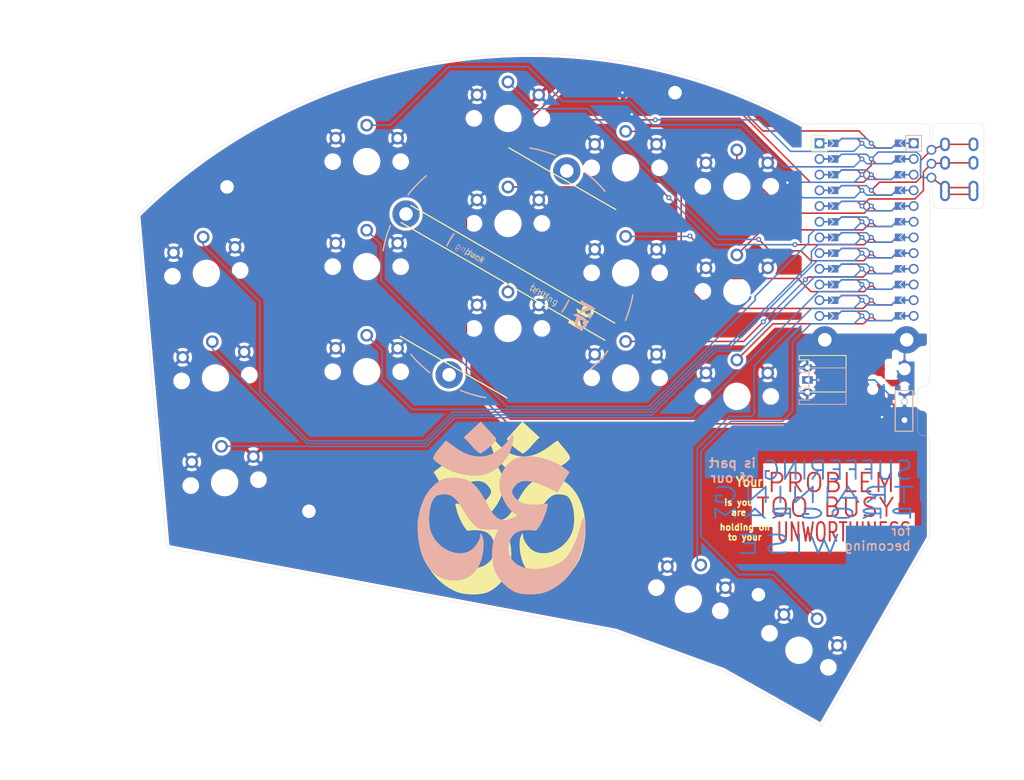
<source format=kicad_pcb>
(kicad_pcb (version 20211014) (generator pcbnew)
  (title_block (title "om") (rev "v1.0.0") (company "Unknown"))
  (layers (0 "F.Cu" signal) (31 "B.Cu" signal) (34 "B.Paste" user) (35 "F.Paste" user) (36 "B.SilkS" user "B.Silkscreen") (37 "F.SilkS" user "F.Silkscreen") (38 "B.Mask" user) (39 "F.Mask" user) (44 "Edge.Cuts" user))
  (net 0 "")
  (net 1 "GND")
  (net 2 "P7")
  (net 3 "P6")
  (net 4 "P5")
  (net 5 "P4")
  (net 6 "P3")
  (net 7 "P0")
  (net 8 "P1")
  (net 9 "P19")
  (net 10 "P18")
  (net 11 "P15")
  (net 12 "P14")
  (net 13 "P16")
  (net 14 "P10")
  (net 15 "P20")
  (net 16 "P21")
  (net 17 "P8")
  (net 18 "P9")
  (net 19 "RAW")
  (net 20 "RST")
  (net 21 "VCC")
  (net 22 "P2")
  (net 23 "POSITIVE")
  (footprint "E73:SPDT_C128955" (layer "F.Cu") (at 262.31 156.96 -90)
    (fp_text reference "T1" hide)
    (fp_text value "" hide)
  )
  (footprint "PG1350" (layer "F.Cu") (at 235.17 120.62)
    (fp_text reference "S15" hide)
    (fp_text value "" hide)
  )
  (footprint "JST_PH_S2B-PH-K_02x2.00mm_Angled" (layer "F.Cu") (at 246.6 150.955 90)
    (fp_text reference "JST1" hide)
    (fp_text value "" hide)
  )
  (footprint "Tenting Puck" (layer "F.Cu") (at 198.12 134.62 60)
    (fp_text reference "_1" hide)
    (fp_text value "Tenting Puck")
  )
  (footprint "" (layer "F.Cu") (at 238.66 186.71)
    (fp_text reference "")
    (fp_text value "")
  )
  (footprint "PG1350" (layer "F.Cu") (at 149.303719 134.703502 5)
    (fp_text reference "S3" hide)
    (fp_text value "" hide)
  )
  (footprint "TRRS-PJ-320A-dual" (layer "F.Cu") (at 273.46 110.62)
    (fp_text reference "REF**")
    (fp_text value "TRRS-PJ-320A-dual")
  )
  (footprint "PG1350" (layer "F.Cu") (at 235.17 137.62)
    (fp_text reference "S14" hide)
    (fp_text value "" hide)
  )
  (footprint "" (layer "F.Cu") (at 262.66 145.46)
    (fp_text reference "")
    (fp_text value "")
  )
  (footprint "PG1350" (layer "F.Cu") (at 227.319467 187.446363 -20)
    (fp_text reference "S16" hide)
    (fp_text value "" hide)
  )
  (footprint "" (layer "F.Cu") (at 249.41 145.46)
    (fp_text reference "")
    (fp_text value "")
  )
  (footprint "PG1350" (layer "F.Cu") (at 152.267014 168.574122 5)
    (fp_text reference "S1" hide)
    (fp_text value "" hide)
  )
  (footprint "PG1350" (layer "F.Cu") (at 175.26 116.62)
    (fp_text reference "S6" hide)
    (fp_text value "" hide)
  )
  (footprint "ProMicro" (layer "F.Cu") (at 256.17 127.62 -90)
    (fp_text reference "MCU1" hide)
    (fp_text value "")
  )
  (footprint "PG1350" (layer "F.Cu") (at 175.26 133.62)
    (fp_text reference "S5" hide)
    (fp_text value "" hide)
  )
  (footprint "PG1350" (layer "F.Cu") (at 235.17 154.62)
    (fp_text reference "S13" hide)
    (fp_text value "" hide)
  )
  (footprint "" (layer "F.Cu") (at 225.16 105.46)
    (fp_text reference "")
    (fp_text value "")
  )
  (footprint "PG1350" (layer "F.Cu") (at 245.216963 195.71007 -30)
    (fp_text reference "S17" hide)
    (fp_text value "" hide)
  )
  (footprint "PG1350" (layer "F.Cu") (at 217.17 134.62)
    (fp_text reference "S11" hide)
    (fp_text value "" hide)
  )
  (footprint "" (layer "F.Cu") (at 165.91 173.21)
    (fp_text reference "")
    (fp_text value "")
  )
  (footprint "" (layer "F.Cu") (at 266.66 116.96)
    (fp_text reference "")
    (fp_text value "")
  )
  (footprint "PG1350" (layer "F.Cu") (at 217.17 117.62)
    (fp_text reference "S12" hide)
    (fp_text value "" hide)
  )
  (footprint "PG1350" (layer "F.Cu") (at 198.12 126.62)
    (fp_text reference "S8" hide)
    (fp_text value "" hide)
  )
  (footprint "" (layer "F.Cu") (at 266.66 114.71)
    (fp_text reference "")
    (fp_text value "")
  )
  (footprint "PG1350" (layer "F.Cu") (at 198.12 109.62)
    (fp_text reference "S9" hide)
    (fp_text value "" hide)
  )
  (footprint "PG1350" (layer "F.Cu") (at 217.17 151.62)
    (fp_text reference "S10" hide)
    (fp_text value "" hide)
  )
  (footprint "" (layer "F.Cu") (at 266.66 119.21)
    (fp_text reference "")
    (fp_text value "")
  )
  (footprint "PG1350" (layer "F.Cu") (at 150.785366 151.638812 5)
    (fp_text reference "S2" hide)
    (fp_text value "" hide)
  )
  (footprint "" (layer "F.Cu") (at 152.66 120.71)
    (fp_text reference "")
    (fp_text value "")
  )
  (footprint "PG1350" (layer "F.Cu") (at 175.26 150.62)
    (fp_text reference "S4" hide)
    (fp_text value "" hide)
  )
  (footprint "lib:Jumper" (layer "F.Cu") (at 217.16 105.46)
    (fp_text reference "J1" hide)
    (fp_text value "Jumper")
  )
  (footprint "PG1350" (layer "F.Cu") (at 198.12 143.62)
    (fp_text reference "S7" hide)
    (fp_text value "" hide)
  )
  (footprint "E73:SPDT_C128955" (layer "B.Cu") (at 262.2975 156.96 90)
    (fp_text reference "T1" hide)
    (fp_text value "" hide)
  )
  (gr_poly (pts (xy 198.100329 164.237575) (xy 198.22879 164.001321) (xy 198.349988 163.745502) (xy 198.462995 163.474921) (xy 198.566883 163.194379) (xy 198.660725 162.90868) (xy 198.743593 162.622627) (xy 198.814559 162.341023) (xy 198.872694 162.06867) (xy 198.917072 161.810371) (xy 198.946765 161.570929) (xy 198.960844 161.355148) (xy 198.958382 161.16783) (xy 198.938451 161.013777) (xy 198.921645 160.950726) (xy 198.900124 160.897793) (xy 198.873771 160.855577) (xy 198.842472 160.82468) (xy 198.806109 160.805702) (xy 198.764567 160.799242) (xy 198.654113 161.022797) (xy 198.530774 161.243032) (xy 198.395283 161.459664) (xy 198.248375 161.672407) (xy 198.090783 161.880976) (xy 197.923241 162.085088) (xy 197.746482 162.284458) (xy 197.561239 162.478801) (xy 197.368247 162.667833) (xy 197.168238 162.851269) (xy 196.961947 163.028824) (xy 196.750108 163.200215) (xy 196.533452 163.365156) (xy 196.312716 163.523363) (xy 196.088631 163.674551) (xy 195.861931 163.818437) (xy 195.45245 163.999087) (xy 195.041997 164.144943) (xy 194.630319 164.255956) (xy 194.217159 164.332075) (xy 193.802263 164.373252) (xy 193.385376 164.379438) (xy 192.966243 164.350584) (xy 192.544609 164.28664) (xy 192.120219 164.187557) (xy 191.692818 164.053287) (xy 191.26215 163.88378) (xy 190.827961 163.678987) (xy 190.389996 163.438858) (xy 189.947999 163.163345) (xy 189.501716 162.852399) (xy 189.050892 162.50597) (xy 188.854928 162.351957) (xy 188.668968 162.212448) (xy 188.497305 162.090198) (xy 188.344235 161.987961) (xy 188.214053 161.908494) (xy 188.158887 161.878159) (xy 188.111053 161.85455) (xy 188.071088 161.838011) (xy 188.039529 161.828886) (xy 188.016912 161.827519) (xy 188.009126 161.829853) (xy 188.003776 161.834256) (xy 187.888344 162.004137) (xy 187.764449 162.170802) (xy 187.633724 162.334959) (xy 187.497801 162.497315) (xy 186.934765 163.142892) (xy 186.79733 163.306864) (xy 186.664489 163.473283) (xy 186.537873 163.642857) (xy 186.419116 163.816294) (xy 186.309848 163.994302) (xy 186.211701 164.177589) (xy 186.167309 164.271433) (xy 186.126309 164.366862) (xy 186.088905 164.463965) (xy 186.055302 164.562831) (xy 186.060894 164.607352) (xy 186.077384 164.656527) (xy 186.104343 164.710071) (xy 186.141343 164.767696) (xy 186.187954 164.829117) (xy 186.24375 164.894046) (xy 186.381176 165.033282) (xy 186.550193 165.183115) (xy 186.747371 165.341249) (xy 186.969282 165.505395) (xy 187.212496 165.673258) (xy 187.473586 165.842546) (xy 187.749121 166.010968) (xy 188.035672 166.17623) (xy 188.329812 166.336041) (xy 188.628111 166.488107) (xy 188.92714 166.630136) (xy 189.22347 166.759836) (xy 189.513673 166.874915) (xy 190.208595 167.060975) (xy 190.876487 167.209444) (xy 191.518618 167.31835) (xy 192.136261 167.385723) (xy 192.730685 167.409595) (xy 193.303161 167.387993) (xy 193.854959 167.318949) (xy 194.123502 167.266021) (xy 194.387352 167.200493) (xy 194.646667 167.122119) (xy 194.901608 167.030653) (xy 195.152332 166.925849) (xy 195.398999 166.807461) (xy 195.641767 166.675242) (xy 195.880795 166.528946) (xy 196.116242 166.368327) (xy 196.348267 166.193138) (xy 196.577029 166.003133) (xy 196.802686 165.798067) (xy 197.025397 165.577692) (xy 197.245322 165.341763) (xy 197.677446 164.822255) (xy 198.100329 164.237575)) (layer "B.SilkS") (width 0.079374) (fill solid))
  (gr_poly (pts (xy 196.195152 161.465283) (xy 193.733805 158.736095) (xy 190.998479 161.26821) (xy 191.171016 161.417431) (xy 191.338411 161.575134) (xy 191.501622 161.739833) (xy 191.661608 161.910041) (xy 192.288438 162.616237) (xy 192.446655 162.791695) (xy 192.607392 162.963743) (xy 192.771606 163.130896) (xy 192.940253 163.291666) (xy 193.114293 163.444568) (xy 193.294682 163.588115) (xy 193.482378 163.72082) (xy 193.678339 163.841198) (xy 194.369994 163.350631) (xy 194.737262 163.084582) (xy 194.919772 162.945475) (xy 195.099062 162.801975) (xy 195.273279 162.653827) (xy 195.440572 162.500776) (xy 195.599087 162.342569) (xy 195.746972 162.178951) (xy 195.882373 162.009668) (xy 196.003439 161.834465) (xy 196.058017 161.744564) (xy 196.108316 161.653088) (xy 196.154105 161.560005) (xy 196.195152 161.465283)) (layer "B.SilkS") (width 0.079374) (fill solid))
  (gr_poly (pts (xy 204.083375 186.305893) (xy 204.368578 186.198328) (xy 204.648764 186.081313) (xy 205.193714 185.819388) (xy 205.717484 185.521025) (xy 206.219334 185.18713) (xy 206.698523 184.81861) (xy 207.154311 184.416372) (xy 207.585959 183.981323) (xy 207.992725 183.514369) (xy 208.373868 183.016416) (xy 208.72865 182.488372) (xy 209.056329 181.931144) (xy 209.356165 181.345637) (xy 209.627417 180.732759) (xy 209.869346 180.093416) (xy 210.08121 179.428516) (xy 210.26227 178.738964) (xy 210.333936 178.408515) (xy 210.398641 178.057833) (xy 210.506239 177.318702) (xy 210.583214 176.567439) (xy 210.627714 175.849913) (xy 210.637889 175.211993) (xy 210.629526 174.937218) (xy 210.611888 174.699546) (xy 210.584742 174.504709) (xy 210.547859 174.358441) (xy 210.501005 174.266475) (xy 210.473768 174.242648) (xy 210.443951 174.234546) (xy 210.433081 174.236784) (xy 210.421172 174.243423) (xy 210.408268 174.254355) (xy 210.394411 174.26947) (xy 210.379641 174.288658) (xy 210.364002 174.311809) (xy 210.330282 174.369563) (xy 210.293586 174.441854) (xy 210.254249 174.527806) (xy 210.212608 174.626541) (xy 210.168997 174.737181) (xy 210.123752 174.858851) (xy 210.077209 174.990671) (xy 210.029703 175.131766) (xy 209.981569 175.281258) (xy 209.933144 175.438269) (xy 209.884763 175.601922) (xy 209.836761 175.77134) (xy 209.789474 175.945646) (xy 209.682606 176.330122) (xy 209.567312 176.71045) (xy 209.444204 177.085358) (xy 209.313893 177.453576) (xy 209.17699 177.813836) (xy 209.034107 178.164865) (xy 208.885855 178.505395) (xy 208.732845 178.834154) (xy 208.575689 179.149874) (xy 208.414997 179.451283) (xy 208.251382 179.737112) (xy 208.085454 180.00609) (xy 207.917825 180.256947) (xy 207.749106 180.488414) (xy 207.579908 180.699219) (xy 207.410843 180.888093) (xy 207.264301 181.032674) (xy 207.105512 181.171535) (xy 206.935167 181.304561) (xy 206.753957 181.431638) (xy 206.361712 181.667483) (xy 205.93431 181.878149) (xy 205.477286 182.062717) (xy 204.996175 182.220265) (xy 204.49651 182.349875) (xy 203.983826 182.450626) (xy 203.463657 182.521597) (xy 202.941538 182.561869) (xy 202.423002 182.570522) (xy 201.913585 182.546634) (xy 201.418819 182.489287) (xy 200.94424 182.39756) (xy 200.71625 182.338516) (xy 200.495381 182.270532) (xy 200.282327 182.193494) (xy 200.077778 182.107285) (xy 199.92484 182.033517) (xy 199.777767 181.95386) (xy 199.636635 181.868513) (xy 199.501517 181.777675) (xy 199.372489 181.681546) (xy 199.249626 181.580323) (xy 199.133003 181.474208) (xy 199.022693 181.363398) (xy 198.918773 181.248093) (xy 198.821317 181.128492) (xy 198.7304 181.004794) (xy 198.646096 180.877199) (xy 198.568482 180.745906) (xy 198.49763 180.611113) (xy 198.433617 180.47302) (xy 198.376517 180.331826) (xy 198.326405 180.187731) (xy 198.283355 180.040932) (xy 198.247443 179.891631) (xy 198.218744 179.740025) (xy 198.197332 179.586314) (xy 198.183283 179.430698) (xy 198.17667 179.273374) (xy 198.177569 179.114543) (xy 198.186055 178.954404) (xy 198.202203 178.793155) (xy 198.226087 178.630997) (xy 198.257782 178.468127) (xy 198.297363 178.304746) (xy 198.344905 178.141052) (xy 198.400484 177.977245) (xy 198.464172 177.813523) (xy 198.518629 177.68972) (xy 198.577309 177.571152) (xy 198.640282 177.457793) (xy 198.707618 177.349618) (xy 198.779388 177.246603) (xy 198.855663 177.148722) (xy 198.936512 177.055951) (xy 199.022007 176.968263) (xy 199.112217 176.885635) (xy 199.207213 176.80804) (xy 199.307066 176.735455) (xy 199.411846 176.667854) (xy 199.521622 176.605211) (xy 199.636467 176.547503) (xy 199.75645 176.494703) (xy 199.881641 176.446787) (xy 200.012112 176.403729) (xy 200.147932 176.365505) (xy 200.289171 176.33209) (xy 200.435901 176.303458) (xy 200.588192 176.279585) (xy 200.746114 176.260444) (xy 200.909737 176.246013) (xy 201.079133 176.236264) (xy 201.25437 176.231174) (xy 201.435521 176.230716) (xy 201.622655 176.234867) (xy 201.815842 176.243601) (xy 202.015154 176.256893) (xy 202.22066 176.274718) (xy 202.432431 176.29705) (xy 202.650537 176.323865) (xy 202.713598 176.251554) (xy 202.78708 176.161933) (xy 202.883778 176.037348) (xy 203.000129 175.878313) (xy 203.132571 175.685338) (xy 203.27754 175.458934) (xy 203.431473 175.199613) (xy 203.590806 174.907886) (xy 203.671385 174.75003) (xy 203.751978 174.584264) (xy 203.83214 174.410653) (xy 203.911425 174.229259) (xy 203.989388 174.040148) (xy 204.065583 173.843383) (xy 204.139566 173.639027) (xy 204.21089 173.427145) (xy 204.279111 173.207801) (xy 204.343783 172.981058) (xy 204.40446 172.74698) (xy 204.460697 172.505632) (xy 204.512049 172.257078) (xy 204.558071 172.00138) (xy 203.07527 172.135836) (xy 202.745586 172.159691) (xy 202.426466 172.170589) (xy 202.118218 172.16862) (xy 201.821151 172.153874) (xy 201.535576 172.126442) (xy 201.2618 172.086414) (xy 201.000134 172.033882) (xy 200.750886 171.968935) (xy 200.514366 171.891665) (xy 200.290882 171.802161) (xy 200.080744 171.700514) (xy 199.884261 171.586815) (xy 199.701742 171.461154) (xy 199.533497 171.323621) (xy 199.379834 171.174309) (xy 199.241063 171.013306) (xy 199.125639 170.862298) (xy 199.026029 170.721784) (xy 198.9423 170.590238) (xy 198.906411 170.527353) (xy 198.874518 170.466139) (xy 198.846629 170.406405) (xy 198.822752 170.347961) (xy 198.802896 170.290617) (xy 198.787068 170.234182) (xy 198.775278 170.178465) (xy 198.767533 170.123277) (xy 198.763842 170.068426) (xy 198.764214 170.013722) (xy 198.768656 169.958976) (xy 198.777178 169.903995) (xy 198.789787 169.848591) (xy 198.806492 169.792572) (xy 198.827301 169.735748) (xy 198.852223 169.677928) (xy 198.881266 169.618922) (xy 198.914439 169.55854) (xy 198.951749 169.496591) (xy 198.993205 169.432885) (xy 199.08859 169.299438) (xy 199.200661 169.156677) (xy 199.329483 169.003076) (xy 199.430982 168.892492) (xy 199.537605 168.790956) (xy 199.649555 168.698502) (xy 199.767034 168.615164) (xy 199.890243 168.540974) (xy 200.019384 168.475966) (xy 200.15466 168.420173) (xy 200.296272 168.373627) (xy 200.444423 168.336362) (xy 200.599313 168.308412) (xy 200.761146 168.289808) (xy 200.930124 168.280585) (xy 201.106447 168.280775) (xy 201.290318 168.290412) (xy 201.48194 168.309529) (xy 201.681513 168.338158) (xy 201.88924 168.376334) (xy 202.105324 168.424088) (xy 202.329965 168.481454) (xy 202.563366 168.548466) (xy 202.805728 168.625156) (xy 203.057255 168.711558) (xy 203.588606 168.913629) (xy 204.159036 169.154943) (xy 204.77016 169.435766) (xy 205.423594 169.756363) (xy 206.120952 170.116999) (xy 208.058094 166.869764) (xy 207.245969 166.250323) (xy 206.847546 165.968521) (xy 206.418425 165.705885) (xy 205.963033 165.463387) (xy 205.485794 165.241998) (xy 204.991135 165.042691) (xy 204.483481 164.866437) (xy 203.967259 164.714209) (xy 203.446893 164.586978) (xy 202.926809 164.485717) (xy 202.411434 164.411397) (xy 201.905193 164.36499) (xy 201.412512 164.347468) (xy 200.937816 164.359803) (xy 200.485531 164.402966) (xy 200.060082 164.477931) (xy 199.665897 164.585668) (xy 199.495627 164.647536) (xy 199.328435 164.71952) (xy 199.164544 164.801223) (xy 199.004176 164.892247) (xy 198.847554 164.992195) (xy 198.694902 165.10067) (xy 198.546441 165.217273) (xy 198.402395 165.341609) (xy 198.262986 165.473279) (xy 198.128437 165.611886) (xy 197.99897 165.757033) (xy 197.874809 165.908322) (xy 197.756176 166.065355) (xy 197.643293 166.227737) (xy 197.536385 166.395068) (xy 197.435672 166.566952) (xy 197.341378 166.742991) (xy 197.253726 166.922788) (xy 197.172938 167.105946) (xy 197.099237 167.292067) (xy 197.032846 167.480754) (xy 196.973988 167.671609) (xy 196.922885 167.864235) (xy 196.87976 168.058235) (xy 196.844835 168.253211) (xy 196.818334 168.448766) (xy 196.800479 168.644502) (xy 196.791493 168.840022) (xy 196.791599 169.034929) (xy 196.801019 169.228825) (xy 196.819976 169.421313) (xy 196.848692 169.611996) (xy 196.903958 169.874375) (xy 196.977618 170.146772) (xy 197.068058 170.426365) (xy 197.17366 170.710331) (xy 197.292809 170.995848) (xy 197.42389 171.280092) (xy 197.565285 171.560241) (xy 197.715379 171.833472) (xy 197.872556 172.096962) (xy 198.0352 172.347889) (xy 198.201696 172.583431) (xy 198.370426 172.800763) (xy 198.539775 172.997065) (xy 198.708127 173.169512) (xy 198.873866 173.315282) (xy 199.035376 173.431553) (xy 199.766028 173.894169) (xy 198.756784 174.349273) (xy 198.597931 174.417763) (xy 198.442832 174.478167) (xy 198.291328 174.530396) (xy 198.143259 174.574358) (xy 197.998466 174.609965) (xy 197.856789 174.637126) (xy 197.718069 174.65575) (xy 197.582145 174.665748) (xy 197.448858 174.667029) (xy 197.318048 174.659504) (xy 197.189557 174.643082) (xy 197.063223 174.617672) (xy 196.938887 174.583186) (xy 196.816391 174.539532) (xy 196.695573 174.486621) (xy 196.576275 174.424362) (xy 196.458337 174.352665) (xy 196.341598 174.27144) (xy 196.2259 174.180598) (xy 196.111083 174.080047) (xy 195.996987 173.969697) (xy 195.883453 173.849459) (xy 195.77032 173.719243) (xy 195.657429 173.578957) (xy 195.544621 173.428513) (xy 195.431736 173.267819) (xy 195.205095 172.915324) (xy 194.976229 172.52075) (xy 194.743862 172.083377) (xy 194.425893 171.477179) (xy 194.119112 170.92743) (xy 193.820447 170.43173) (xy 193.526829 169.987682) (xy 193.235185 169.592887) (xy 192.942445 169.244945) (xy 192.794705 169.087794) (xy 192.645539 168.941458) (xy 192.494563 168.805635) (xy 192.341394 168.680027) (xy 192.185648 168.564333) (xy 192.026941 168.458254) (xy 191.864889 168.361489) (xy 191.699108 168.273739) (xy 191.529214 168.194704) (xy 191.354824 168.124084) (xy 191.175554 168.061579) (xy 190.991019 168.00689) (xy 190.604622 167.919758) (xy 190.192561 167.86029) (xy 189.751765 167.826087) (xy 189.279165 167.814749) (xy 189.060106 167.816025) (xy 188.857585 167.820865) (xy 188.669792 167.829802) (xy 188.494914 167.843371) (xy 188.331139 167.862106) (xy 188.176655 167.886541) (xy 188.029651 167.91721) (xy 187.888313 167.954647) (xy 187.750832 167.999386) (xy 187.615393 168.051961) (xy 187.480186 168.112906) (xy 187.343399 168.182755) (xy 187.203219 168.262043) (xy 187.057834 168.351302) (xy 186.905434 168.451068) (xy 186.744205 168.561875) (xy 186.539713 168.712085) (xy 186.341211 168.8718) (xy 186.148785 169.040793) (xy 185.962519 169.21884) (xy 185.782496 169.405716) (xy 185.608803 169.601194) (xy 185.441522 169.805051) (xy 185.28074 170.017059) (xy 185.12654 170.236995) (xy 184.979006 170.464633) (xy 184.838224 170.699748) (xy 184.704278 170.942114) (xy 184.457231 171.447699) (xy 184.238541 171.979586) (xy 184.048886 172.535972) (xy 183.88894 173.115056) (xy 183.75938 173.715035) (xy 183.660883 174.334106) (xy 183.594123 174.970468) (xy 183.559779 175.622319) (xy 183.558524 176.287855) (xy 183.591037 176.965275) (xy 183.675375 177.808487) (xy 183.80193 178.607731) (xy 183.96958 179.361569) (xy 184.177198 180.06856) (xy 184.423661 180.727265) (xy 184.707846 181.336244) (xy 185.028626 181.894058) (xy 185.384879 182.399267) (xy 185.575956 182.631694) (xy 185.77548 182.850431) (xy 185.983309 183.055296) (xy 186.199304 183.24611) (xy 186.423324 183.422693) (xy 186.655228 183.584866) (xy 186.894876 183.732447) (xy 187.142127 183.865258) (xy 187.396841 183.983117) (xy 187.658877 184.085846) (xy 187.928094 184.173264) (xy 188.204353 184.245192) (xy 188.487513 184.301449) (xy 188.777432 184.341855) (xy 189.073971 184.366231) (xy 189.376989 184.374396) (xy 189.705724 184.366975) (xy 190.020113 184.344499) (xy 190.320746 184.306647) (xy 190.60821 184.2531) (xy 190.883094 184.183537) (xy 191.145985 184.097639) (xy 191.397471 183.995086) (xy 191.638142 183.875557) (xy 191.868583 183.738733) (xy 192.089385 183.584294) (xy 192.301135 183.411919) (xy 192.50442 183.221289) (xy 192.69983 183.012083) (xy 192.887951 182.783982) (xy 193.069373 182.536666) (xy 193.244683 182.269814) (xy 193.390859 182.012509) (xy 193.526071 181.72938) (xy 193.649756 181.424397) (xy 193.761351 181.101527) (xy 193.860293 180.76474) (xy 193.94602 180.418003) (xy 194.01797 180.065286) (xy 194.075578 179.710557) (xy 194.118283 179.357784) (xy 194.145522 179.010935) (xy 194.156732 178.67398) (xy 194.15135 178.350887) (xy 194.128813 178.045624) (xy 194.08856 177.76216) (xy 194.030026 177.504463) (xy 193.952649 177.276502) (xy 193.877427 177.097709) (xy 193.845652 177.026453) (xy 193.817462 176.967151) (xy 193.792628 176.919698) (xy 193.770921 176.883989) (xy 193.761167 176.870506) (xy 193.75211 176.859919) (xy 193.743719 176.852216) (xy 193.735966 176.847384) (xy 193.728822 176.845409) (xy 193.72226 176.846278) (xy 193.716249 176.849979) (xy 193.710762 176.856497) (xy 193.705769 176.865821) (xy 193.701243 176.877936) (xy 193.693473 176.91049) (xy 193.687223 176.954053) (xy 193.682264 177.008521) (xy 193.678365 177.07379) (xy 193.675298 177.149753) (xy 193.670242 177.225884) (xy 193.660205 177.304685) (xy 193.625887 177.469299) (xy 193.573742 177.6416) (xy 193.505166 177.819591) (xy 193.421559 178.001275) (xy 193.324317 178.184654) (xy 193.214839 178.367733) (xy 193.094522 178.548513) (xy 192.964765 178.724999) (xy 192.826963 178.895194) (xy 192.682516 179.0571) (xy 192.532822 179.20872) (xy 192.379277 179.348058) (xy 192.223279 179.473117) (xy 192.066227 179.5819) (xy 191.909518 179.67241) (xy 191.715528 179.764476) (xy 191.516813 179.842799) (xy 191.313861 179.9076) (xy 191.107158 179.9591) (xy 190.897192 179.99752) (xy 190.68445 180.023079) (xy 190.469421 180.035999) (xy 190.25259 180.0365) (xy 190.034445 180.024802) (xy 189.815474 180.001126) (xy 189.596165 179.965694) (xy 189.377003 179.918724) (xy 189.158478 179.860438) (xy 188.941075 179.791056) (xy 188.725282 179.710799) (xy 188.511588 179.619888) (xy 188.300478 179.518543) (xy 188.09244 179.406984) (xy 187.887963 179.285432) (xy 187.687532 179.154108) (xy 187.491635 179.013232) (xy 187.300761 178.863025) (xy 187.115395 178.703707) (xy 186.936025 178.535499) (xy 186.76314 178.358621) (xy 186.597225 178.173295) (xy 186.438768 177.97974) (xy 186.288257 177.778177) (xy 186.146179 177.568826) (xy 186.013022 177.351909) (xy 185.889272 177.127646) (xy 185.775417 176.896257) (xy 185.625997 176.520072) (xy 185.507388 176.109493) (xy 185.418687 175.671534) (xy 185.35899 175.213209) (xy 185.327393 174.741534) (xy 185.322994 174.263523) (xy 185.344889 173.786191) (xy 185.392174 173.316553) (xy 185.463947 172.861624) (xy 185.559303 172.428418) (xy 185.67734 172.02395) (xy 185.817153 171.655236) (xy 185.97784 171.329289) (xy 186.065729 171.184545) (xy 186.158498 171.053125) (xy 186.256033 170.935903) (xy 186.358222 170.833758) (xy 186.464952 170.747565) (xy 186.576109 170.678203) (xy 186.627772 170.653133) (xy 186.687442 170.628766) (xy 186.754408 170.605229) (xy 186.827959 170.582646) (xy 186.90738 170.561145) (xy 186.991962 170.540852) (xy 187.080991 170.521893) (xy 187.173755 170.504394) (xy 187.269542 170.488481) (xy 187.367641 170.47428) (xy 187.467338 170.461918) (xy 187.567922 170.45152) (xy 187.668682 170.443214) (xy 187.768903 170.437124) (xy 187.867876 170.433378) (xy 187.964886 170.432101) (xy 188.066037 170.434405) (xy 188.165926 170.44138) (xy 188.26466 170.453123) (xy 188.362345 170.46973) (xy 188.459086 170.491298) (xy 188.554987 170.517924) (xy 188.650156 170.549705) (xy 188.744696 170.586736) (xy 188.838715 170.629114) (xy 188.932316 170.676936) (xy 189.025606 170.730298) (xy 189.11869 170.789297) (xy 189.211674 170.85403) (xy 189.304662 170.924593) (xy 189.397761 171.001082) (xy 189.491077 171.083594) (xy 189.584713 171.172227) (xy 189.678776 171.267075) (xy 189.868606 171.475806) (xy 190.061408 171.710561) (xy 190.258027 171.972112) (xy 190.459307 172.261232) (xy 190.666092 172.578692) (xy 190.879225 172.925265) (xy 191.099549 173.301723) (xy 191.266751 173.581012) (xy 191.454079 173.871569) (xy 191.655193 174.16489) (xy 191.86375 174.45247) (xy 192.07341 174.725803) (xy 192.277832 174.976386) (xy 192.470674 175.195713) (xy 192.560771 175.290998) (xy 192.645596 175.37528) (xy 192.773748 175.495814) (xy 192.893581 175.603075) (xy 193.007471 175.697821) (xy 193.117795 175.780811) (xy 193.172362 175.818134) (xy 193.22693 175.852802) (xy 193.281794 175.88491) (xy 193.337253 175.914554) (xy 193.393603 175.941827) (xy 193.451141 175.966825) (xy 193.510165 175.989642) (xy 193.570972 176.010373) (xy 193.633858 176.029113) (xy 193.699121 176.045957) (xy 193.767058 176.061) (xy 193.837966 176.074336) (xy 193.912143 176.08606) (xy 193.989885 176.096268) (xy 194.157253 176.112511) (xy 194.342449 176.123824) (xy 194.547848 176.130966) (xy 194.775828 176.134695) (xy 195.028766 176.135769) (xy 196.61758 176.135769) (xy 196.104021 177.276502) (xy 195.975207 177.594104) (xy 195.864397 177.9326) (xy 195.771552 178.288976) (xy 195.696633 178.660217) (xy 195.639598 179.043308) (xy 195.60041 179.435235) (xy 195.579029 179.832983) (xy 195.575414 180.233537) (xy 195.589527 180.633882) (xy 195.621327 181.031004) (xy 195.670776 181.421888) (xy 195.737834 181.803519) (xy 195.822461 182.172883) (xy 195.924618 182.526965) (xy 196.044265 182.86275) (xy 196.181362 183.177223) (xy 196.320472 183.444738) (xy 196.478926 183.711043) (xy 196.654939 183.974512) (xy 196.846721 184.233519) (xy 197.052486 184.48644) (xy 197.270446 184.731649) (xy 197.498814 184.96752) (xy 197.735801 185.192428) (xy 197.979621 185.404748) (xy 198.228487 185.602853) (xy 198.480609 185.785119) (xy 198.734202 185.949919) (xy 198.987477 186.095629) (xy 199.238647 186.220623) (xy 199.485924 186.323276) (xy 199.727521 186.401962) (xy 199.968061 186.46183) (xy 200.224345 186.512662) (xy 200.493905 186.55451) (xy 200.774274 186.587431) (xy 201.062983 186.611478) (xy 201.357564 186.626705) (xy 201.65555 186.633167) (xy 201.954471 186.630919) (xy 202.251861 186.620015) (xy 202.54525 186.60051) (xy 202.832171 186.572457) (xy 203.110157 186.535912) (xy 203.376738 186.490929) (xy 203.629446 186.437561) (xy 203.865815 186.375865) (xy 204.083375 186.305893)) (layer "B.SilkS") (width 0.079374) (fill solid))
  (gr_poly (pts (xy 196.096085 164.237575) (xy 195.967624 164.001321) (xy 195.846426 163.745502) (xy 195.733419 163.474921) (xy 195.629531 163.194379) (xy 195.535689 162.90868) (xy 195.452821 162.622627) (xy 195.381855 162.341023) (xy 195.32372 162.06867) (xy 195.279342 161.810371) (xy 195.249649 161.570929) (xy 195.23557 161.355148) (xy 195.238032 161.16783) (xy 195.257963 161.013777) (xy 195.274769 160.950726) (xy 195.29629 160.897793) (xy 195.322643 160.855577) (xy 195.353942 160.82468) (xy 195.390305 160.805702) (xy 195.431847 160.799242) (xy 195.542301 161.022797) (xy 195.66564 161.243032) (xy 195.801131 161.459664) (xy 195.948039 161.672407) (xy 196.105631 161.880976) (xy 196.273173 162.085088) (xy 196.449932 162.284458) (xy 196.635175 162.478801) (xy 196.828167 162.667833) (xy 197.028176 162.851269) (xy 197.234467 163.028824) (xy 197.446306 163.200215) (xy 197.662962 163.365156) (xy 197.883698 163.523363) (xy 198.107783 163.674551) (xy 198.334483 163.818437) (xy 198.743964 163.999087) (xy 199.154417 164.144943) (xy 199.566095 164.255956) (xy 199.979255 164.332075) (xy 200.394151 164.373252) (xy 200.811038 164.379438) (xy 201.230171 164.350584) (xy 201.651805 164.28664) (xy 202.076195 164.187557) (xy 202.503596 164.053287) (xy 202.934264 163.88378) (xy 203.368453 163.678987) (xy 203.806418 163.438858) (xy 204.248415 163.163345) (xy 204.694698 162.852399) (xy 205.145522 162.50597) (xy 205.341486 162.351957) (xy 205.527446 162.212448) (xy 205.699109 162.090198) (xy 205.852179 161.987961) (xy 205.982361 161.908494) (xy 206.037527 161.878159) (xy 206.085361 161.85455) (xy 206.125326 161.838011) (xy 206.156885 161.828886) (xy 206.179502 161.827519) (xy 206.187288 161.829853) (xy 206.192638 161.834256) (xy 206.30807 162.004137) (xy 206.431965 162.170802) (xy 206.56269 162.334959) (xy 206.698613 162.497315) (xy 207.261649 163.142892) (xy 207.399084 163.306864) (xy 207.531925 163.473283) (xy 207.658541 163.642857) (xy 207.777298 163.816294) (xy 207.886566 163.994302) (xy 207.984713 164.177589) (xy 208.029105 164.271433) (xy 208.070105 164.366862) (xy 208.107509 164.463965) (xy 208.141112 164.562831) (xy 208.13552 164.607352) (xy 208.11903 164.656527) (xy 208.092071 164.710071) (xy 208.055071 164.767696) (xy 208.00846 164.829117) (xy 207.952664 164.894046) (xy 207.815238 165.033282) (xy 207.646221 165.183115) (xy 207.449043 165.341249) (xy 207.227132 165.505395) (xy 206.983918 165.673258) (xy 206.722828 165.842546) (xy 206.447293 166.010968) (xy 206.160742 166.17623) (xy 205.866602 166.336041) (xy 205.568303 166.488107) (xy 205.269274 166.630136) (xy 204.972944 166.759836) (xy 204.682741 166.874915) (xy 203.987819 167.060975) (xy 203.319927 167.209444) (xy 202.677796 167.31835) (xy 202.060153 167.385723) (xy 201.465729 167.409595) (xy 200.893253 167.387993) (xy 200.341455 167.318949) (xy 200.072912 167.266021) (xy 199.809062 167.200493) (xy 199.549747 167.122119) (xy 199.294806 167.030653) (xy 199.044082 166.925849) (xy 198.797415 166.807461) (xy 198.554647 166.675242) (xy 198.315619 166.528946) (xy 198.080172 166.368327) (xy 197.848147 166.193138) (xy 197.619385 166.003133) (xy 197.393728 165.798067) (xy 197.171017 165.577692) (xy 196.951092 165.341763) (xy 196.518968 164.822255) (xy 196.096085 164.237575)) (layer "F.SilkS") (width 0.079374) (fill solid))
  (gr_poly (pts (xy 198.001262 161.465283) (xy 200.462609 158.736095) (xy 203.197935 161.26821) (xy 203.025398 161.417431) (xy 202.858003 161.575134) (xy 202.694792 161.739833) (xy 202.534806 161.910041) (xy 201.907976 162.616237) (xy 201.749759 162.791695) (xy 201.589022 162.963743) (xy 201.424808 163.130896) (xy 201.256161 163.291666) (xy 201.082121 163.444568) (xy 200.901732 163.588115) (xy 200.714036 163.72082) (xy 200.518075 163.841198) (xy 199.82642 163.350631) (xy 199.459152 163.084582) (xy 199.276642 162.945475) (xy 199.097352 162.801975) (xy 198.923135 162.653827) (xy 198.755842 162.500776) (xy 198.597327 162.342569) (xy 198.449442 162.178951) (xy 198.314041 162.009668) (xy 198.192975 161.834465) (xy 198.138397 161.744564) (xy 198.088098 161.653088) (xy 198.042309 161.560005) (xy 198.001262 161.465283)) (layer "F.SilkS") (width 0.079374) (fill solid))
  (gr_poly (pts (xy 190.113039 186.305893) (xy 189.827836 186.198328) (xy 189.54765 186.081313) (xy 189.0027 185.819388) (xy 188.47893 185.521025) (xy 187.97708 185.18713) (xy 187.497891 184.81861) (xy 187.042103 184.416372) (xy 186.610455 183.981323) (xy 186.203689 183.514369) (xy 185.822546 183.016416) (xy 185.467764 182.488372) (xy 185.140085 181.931144) (xy 184.840249 181.345637) (xy 184.568997 180.732759) (xy 184.327068 180.093416) (xy 184.115204 179.428516) (xy 183.934144 178.738964) (xy 183.862478 178.408515) (xy 183.797773 178.057833) (xy 183.690175 177.318702) (xy 183.6132 176.567439) (xy 183.5687 175.849913) (xy 183.558525 175.211993) (xy 183.566888 174.937218) (xy 183.584526 174.699546) (xy 183.611672 174.504709) (xy 183.648555 174.358441) (xy 183.695409 174.266475) (xy 183.722646 174.242648) (xy 183.752463 174.234546) (xy 183.763333 174.236784) (xy 183.775242 174.243423) (xy 183.788146 174.254355) (xy 183.802003 174.26947) (xy 183.816773 174.288658) (xy 183.832412 174.311809) (xy 183.866132 174.369563) (xy 183.902828 174.441854) (xy 183.942165 174.527806) (xy 183.983806 174.626541) (xy 184.027417 174.737181) (xy 184.072662 174.858851) (xy 184.119205 174.990671) (xy 184.166711 175.131766) (xy 184.214845 175.281258) (xy 184.26327 175.438269) (xy 184.311651 175.601922) (xy 184.359653 175.77134) (xy 184.40694 175.945646) (xy 184.513808 176.330122) (xy 184.629102 176.71045) (xy 184.75221 177.085358) (xy 184.882521 177.453576) (xy 185.019424 177.813836) (xy 185.162307 178.164865) (xy 185.310559 178.505395) (xy 185.463569 178.834154) (xy 185.620725 179.149874) (xy 185.781417 179.451283) (xy 185.945032 179.737112) (xy 186.11096 180.00609) (xy 186.278589 180.256947) (xy 186.447308 180.488414) (xy 186.616506 180.699219) (xy 186.785571 180.888093) (xy 186.932113 181.032674) (xy 187.090902 181.171535) (xy 187.261247 181.304561) (xy 187.442457 181.431638) (xy 187.834702 181.667483) (xy 188.262104 181.878149) (xy 188.719128 182.062717) (xy 189.200239 182.220265) (xy 189.699904 182.349875) (xy 190.212588 182.450626) (xy 190.732757 182.521597) (xy 191.254876 182.561869) (xy 191.773412 182.570522) (xy 192.282829 182.546634) (xy 192.777595 182.489287) (xy 193.252174 182.39756) (xy 193.480164 182.338516) (xy 193.701033 182.270532) (xy 193.914087 182.193494) (xy 194.118636 182.107285) (xy 194.271574 182.033517) (xy 194.418647 181.95386) (xy 194.559779 181.868513) (xy 194.694897 181.777675) (xy 194.823925 181.681546) (xy 194.946788 181.580323) (xy 195.063411 181.474208) (xy 195.173721 181.363398) (xy 195.277641 181.248093) (xy 195.375097 181.128492) (xy 195.466014 181.004794) (xy 195.550318 180.877199) (xy 195.627932 180.745906) (xy 195.698784 180.611113) (xy 195.762797 180.47302) (xy 195.819897 180.331826) (xy 195.870009 180.187731) (xy 195.913059 180.040932) (xy 195.948971 179.891631) (xy 195.97767 179.740025) (xy 195.999082 179.586314) (xy 196.013131 179.430698) (xy 196.019744 179.273374) (xy 196.018845 179.114543) (xy 196.010359 178.954404) (xy 195.994211 178.793155) (xy 195.970327 178.630997) (xy 195.938632 178.468127) (xy 195.899051 178.304746) (xy 195.851509 178.141052) (xy 195.79593 177.977245) (xy 195.732242 177.813523) (xy 195.677785 177.68972) (xy 195.619105 177.571152) (xy 195.556132 177.457793) (xy 195.488796 177.349618) (xy 195.417026 177.246603) (xy 195.340751 177.148722) (xy 195.259902 177.055951) (xy 195.174407 176.968263) (xy 195.084197 176.885635) (xy 194.989201 176.80804) (xy 194.889348 176.735455) (xy 194.784568 176.667854) (xy 194.674792 176.605211) (xy 194.559947 176.547503) (xy 194.439964 176.494703) (xy 194.314773 176.446787) (xy 194.184302 176.403729) (xy 194.048482 176.365505) (xy 193.907243 176.33209) (xy 193.760513 176.303458) (xy 193.608222 176.279585) (xy 193.4503 176.260444) (xy 193.286677 176.246013) (xy 193.117281 176.236264) (xy 192.942044 176.231174) (xy 192.760893 176.230716) (xy 192.573759 176.234867) (xy 192.380572 176.243601) (xy 192.18126 176.256893) (xy 191.975754 176.274718) (xy 191.763983 176.29705) (xy 191.545877 176.323865) (xy 191.482816 176.251554) (xy 191.409334 176.161933) (xy 191.312636 176.037348) (xy 191.196285 175.878313) (xy 191.063843 175.685338) (xy 190.918874 175.458934) (xy 190.764941 175.199613) (xy 190.605608 174.907886) (xy 190.525029 174.75003) (xy 190.444436 174.584264) (xy 190.364274 174.410653) (xy 190.284989 174.229259) (xy 190.207026 174.040148) (xy 190.130831 173.843383) (xy 190.056848 173.639027) (xy 189.985524 173.427145) (xy 189.917303 173.207801) (xy 189.852631 172.981058) (xy 189.791954 172.74698) (xy 189.735717 172.505632) (xy 189.684365 172.257078) (xy 189.638343 172.00138) (xy 191.121144 172.135836) (xy 191.450828 172.159691) (xy 191.769948 172.170589) (xy 192.078196 172.16862) (xy 192.375263 172.153874) (xy 192.660838 172.126442) (xy 192.934614 172.086414) (xy 193.19628 172.033882) (xy 193.445528 171.968935) (xy 193.682048 171.891665) (xy 193.905532 171.802161) (xy 194.11567 171.700514) (xy 194.312153 171.586815) (xy 194.494672 171.461154) (xy 194.662917 171.323621) (xy 194.81658 171.174309) (xy 194.955351 171.013306) (xy 195.070775 170.862298) (xy 195.170385 170.721784) (xy 195.254114 170.590238) (xy 195.290003 170.527353) (xy 195.321896 170.466139) (xy 195.349785 170.406405) (xy 195.373662 170.347961) (xy 195.393518 170.290617) (xy 195.409346 170.234182) (xy 195.421136 170.178465) (xy 195.428881 170.123277) (xy 195.432572 170.068426) (xy 195.4322 170.013722) (xy 195.427758 169.958976) (xy 195.419236 169.903995) (xy 195.406627 169.848591) (xy 195.389922 169.792572) (xy 195.369113 169.735748) (xy 195.344191 169.677928) (xy 195.315148 169.618922) (xy 195.281975 169.55854) (xy 195.244665 169.496591) (xy 195.203209 169.432885) (xy 195.107824 169.299438) (xy 194.995753 169.156677) (xy 194.866931 169.003076) (xy 194.765432 168.892492) (xy 194.658809 168.790956) (xy 194.546859 168.698502) (xy 194.42938 168.615164) (xy 194.306171 168.540974) (xy 194.17703 168.475966) (xy 194.041754 168.420173) (xy 193.900142 168.373627) (xy 193.751991 168.336362) (xy 193.597101 168.308412) (xy 193.435268 168.289808) (xy 193.26629 168.280585) (xy 193.089967 168.280775) (xy 192.906096 168.290412) (xy 192.714474 168.309529) (xy 192.514901 168.338158) (xy 192.307174 168.376334) (xy 192.09109 168.424088) (xy 191.866449 168.481454) (xy 191.633048 168.548466) (xy 191.390686 168.625156) (xy 191.139159 168.711558) (xy 190.607808 168.913629) (xy 190.037378 169.154943) (xy 189.426254 169.435766) (xy 188.77282 169.756363) (xy 188.075462 170.116999) (xy 186.13832 166.869764) (xy 186.950445 166.250323) (xy 187.348868 165.968521) (xy 187.777989 165.705885) (xy 188.233381 165.463387) (xy 188.71062 165.241998) (xy 189.205279 165.042691) (xy 189.712933 164.866437) (xy 190.229155 164.714209) (xy 190.749521 164.586978) (xy 191.269605 164.485717) (xy 191.78498 164.411397) (xy 192.291221 164.36499) (xy 192.783902 164.347468) (xy 193.258598 164.359803) (xy 193.710883 164.402966) (xy 194.136332 164.477931) (xy 194.530517 164.585668) (xy 194.700787 164.647536) (xy 194.867979 164.71952) (xy 195.03187 164.801223) (xy 195.192238 164.892247) (xy 195.34886 164.992195) (xy 195.501512 165.10067) (xy 195.649973 165.217273) (xy 195.794019 165.341609) (xy 195.933428 165.473279) (xy 196.067977 165.611886) (xy 196.197444 165.757033) (xy 196.321605 165.908322) (xy 196.440238 166.065355) (xy 196.553121 166.227737) (xy 196.660029 166.395068) (xy 196.760742 166.566952) (xy 196.855036 166.742991) (xy 196.942688 166.922788) (xy 197.023476 167.105946) (xy 197.097177 167.292067) (xy 197.163568 167.480754) (xy 197.222426 167.671609) (xy 197.273529 167.864235) (xy 197.316654 168.058235) (xy 197.351579 168.253211) (xy 197.37808 168.448766) (xy 197.395935 168.644502) (xy 197.404921 168.840022) (xy 197.404815 169.034929) (xy 197.395395 169.228825) (xy 197.376438 169.421313) (xy 197.347722 169.611996) (xy 197.292456 169.874375) (xy 197.218796 170.146772) (xy 197.128356 170.426365) (xy 197.022754 170.710331) (xy 196.903605 170.995848) (xy 196.772524 171.280092) (xy 196.631129 171.560241) (xy 196.481035 171.833472) (xy 196.323858 172.096962) (xy 196.161214 172.347889) (xy 195.994718 172.583431) (xy 195.825988 172.800763) (xy 195.656639 172.997065) (xy 195.488287 173.169512) (xy 195.322548 173.315282) (xy 195.161038 173.431553) (xy 194.430386 173.894169) (xy 195.43963 174.349273) (xy 195.598483 174.417763) (xy 195.753582 174.478167) (xy 195.905086 174.530396) (xy 196.053155 174.574358) (xy 196.197948 174.609965) (xy 196.339625 174.637126) (xy 196.478345 174.65575) (xy 196.614269 174.665748) (xy 196.747556 174.667029) (xy 196.878366 174.659504) (xy 197.006857 174.643082) (xy 197.133191 174.617672) (xy 197.257527 174.583186) (xy 197.380023 174.539532) (xy 197.500841 174.486621) (xy 197.620139 174.424362) (xy 197.738077 174.352665) (xy 197.854816 174.27144) (xy 197.970514 174.180598) (xy 198.085331 174.080047) (xy 198.199427 173.969697) (xy 198.312961 173.849459) (xy 198.426094 173.719243) (xy 198.538985 173.578957) (xy 198.651793 173.428513) (xy 198.764678 173.267819) (xy 198.991319 172.915324) (xy 199.220185 172.52075) (xy 199.452552 172.083377) (xy 199.770521 171.477179) (xy 200.077302 170.92743) (xy 200.375967 170.43173) (xy 200.669585 169.987682) (xy 200.961229 169.592887) (xy 201.253969 169.244945) (xy 201.401709 169.087794) (xy 201.550875 168.941458) (xy 201.701851 168.805635) (xy 201.85502 168.680027) (xy 202.010766 168.564333) (xy 202.169473 168.458254) (xy 202.331525 168.361489) (xy 202.497306 168.273739) (xy 202.6672 168.194704) (xy 202.84159 168.124084) (xy 203.02086 168.061579) (xy 203.205395 168.00689) (xy 203.591792 167.919758) (xy 204.003853 167.86029) (xy 204.444649 167.826087) (xy 204.917249 167.814749) (xy 205.136308 167.816025) (xy 205.338829 167.820865) (xy 205.526622 167.829802) (xy 205.7015 167.843371) (xy 205.865275 167.862106) (xy 206.019759 167.886541) (xy 206.166763 167.91721) (xy 206.308101 167.954647) (xy 206.445582 167.999386) (xy 206.581021 168.051961) (xy 206.716228 168.112906) (xy 206.853015 168.182755) (xy 206.993195 168.262043) (xy 207.13858 168.351302) (xy 207.29098 168.451068) (xy 207.452209 168.561875) (xy 207.656701 168.712085) (xy 207.855203 168.8718) (xy 208.047629 169.040793) (xy 208.233895 169.21884) (xy 208.413918 169.405716) (xy 208.587611 169.601194) (xy 208.754892 169.805051) (xy 208.915674 170.017059) (xy 209.069874 170.236995) (xy 209.217408 170.464633) (xy 209.35819 170.699748) (xy 209.492136 170.942114) (xy 209.739183 171.447699) (xy 209.957873 171.979586) (xy 210.147528 172.535972) (xy 210.307474 173.115056) (xy 210.437034 173.715035) (xy 210.535531 174.334106) (xy 210.602291 174.970468) (xy 210.636635 175.622319) (xy 210.63789 176.287855) (xy 210.605377 176.965275) (xy 210.521039 177.808487) (xy 210.394484 178.607731) (xy 210.226834 179.361569) (xy 210.019216 180.06856) (xy 209.772753 180.727265) (xy 209.488568 181.336244) (xy 209.167788 181.894058) (xy 208.811535 182.399267) (xy 208.620458 182.631694) (xy 208.420934 182.850431) (xy 208.213105 183.055296) (xy 207.99711 183.24611) (xy 207.77309 183.422693) (xy 207.541186 183.584866) (xy 207.301538 183.732447) (xy 207.054287 183.865258) (xy 206.799573 183.983117) (xy 206.537537 184.085846) (xy 206.26832 184.173264) (xy 205.992061 184.245192) (xy 205.708901 184.301449) (xy 205.418982 184.341855) (xy 205.122443 184.366231) (xy 204.819425 184.374396) (xy 204.49069 184.366975) (xy 204.176301 184.344499) (xy 203.875668 184.306647) (xy 203.588204 184.2531) (xy 203.31332 184.183537) (xy 203.050429 184.097639) (xy 202.798943 183.995086) (xy 202.558272 183.875557) (xy 202.327831 183.738733) (xy 202.107029 183.584294) (xy 201.895279 183.411919) (xy 201.691994 183.221289) (xy 201.496584 183.012083) (xy 201.308463 182.783982) (xy 201.127041 182.536666) (xy 200.951731 182.269814) (xy 200.805555 182.012509) (xy 200.670343 181.72938) (xy 200.546658 181.424397) (xy 200.435063 181.101527) (xy 200.336121 180.76474) (xy 200.250394 180.418003) (xy 200.178444 180.065286) (xy 200.120836 179.710557) (xy 200.078131 179.357784) (xy 200.050892 179.010935) (xy 200.039682 178.67398) (xy 200.045064 178.350887) (xy 200.067601 178.045624) (xy 200.107854 177.76216) (xy 200.166388 177.504463) (xy 200.243765 177.276502) (xy 200.318987 177.097709) (xy 200.350762 177.026453) (xy 200.378952 176.967151) (xy 200.403786 176.919698) (xy 200.425493 176.883989) (xy 200.435247 176.870506) (xy 200.444304 176.859919) (xy 200.452695 176.852216) (xy 200.460448 176.847384) (xy 200.467592 176.845409) (xy 200.474154 176.846278) (xy 200.480165 176.849979) (xy 200.485652 176.856497) (xy 200.490645 176.865821) (xy 200.495171 176.877936) (xy 200.502941 176.91049) (xy 200.509191 176.954053) (xy 200.51415 177.008521) (xy 200.518049 177.07379) (xy 200.521116 177.149753) (xy 200.526172 177.225884) (xy 200.536209 177.304685) (xy 200.570527 177.469299) (xy 200.622672 177.6416) (xy 200.691248 177.819591) (xy 200.774855 178.001275) (xy 200.872097 178.184654) (xy 200.981575 178.367733) (xy 201.101892 178.548513) (xy 201.231649 178.724999) (xy 201.369451 178.895194) (xy 201.513898 179.0571) (xy 201.663592 179.20872) (xy 201.817137 179.348058) (xy 201.973135 179.473117) (xy 202.130187 179.5819) (xy 202.286896 179.67241) (xy 202.480886 179.764476) (xy 202.679601 179.842799) (xy 202.882553 179.9076) (xy 203.089256 179.9591) (xy 203.299222 179.99752) (xy 203.511964 180.023079) (xy 203.726993 180.035999) (xy 203.943824 180.0365) (xy 204.161969 180.024802) (xy 204.38094 180.001126) (xy 204.600249 179.965694) (xy 204.819411 179.918724) (xy 205.037936 179.860438) (xy 205.255339 179.791056) (xy 205.471132 179.710799) (xy 205.684826 179.619888) (xy 205.895936 179.518543) (xy 206.103974 179.406984) (xy 206.308451 179.285432) (xy 206.508882 179.154108) (xy 206.704779 179.013232) (xy 206.895653 178.863025) (xy 207.081019 178.703707) (xy 207.260389 178.535499) (xy 207.433274 178.358621) (xy 207.599189 178.173295) (xy 207.757646 177.97974) (xy 207.908157 177.778177) (xy 208.050235 177.568826) (xy 208.183392 177.351909) (xy 208.307142 177.127646) (xy 208.420997 176.896257) (xy 208.570417 176.520072) (xy 208.689026 176.109493) (xy 208.777727 175.671534) (xy 208.837424 175.213209) (xy 208.869021 174.741534) (xy 208.87342 174.263523) (xy 208.851525 173.786191) (xy 208.80424 173.316553) (xy 208.732467 172.861624) (xy 208.637111 172.428418) (xy 208.519074 172.02395) (xy 208.379261 171.655236) (xy 208.218574 171.329289) (xy 208.130685 171.184545) (xy 208.037916 171.053125) (xy 207.940381 170.935903) (xy 207.838192 170.833758) (xy 207.731462 170.747565) (xy 207.620305 170.678203) (xy 207.568642 170.653133) (xy 207.508972 170.628766) (xy 207.442006 170.605229) (xy 207.368455 170.582646) (xy 207.289034 170.561145) (xy 207.204452 170.540852) (xy 207.115423 170.521893) (xy 207.022659 170.504394) (xy 206.926872 170.488481) (xy 206.828773 170.47428) (xy 206.729076 170.461918) (xy 206.628492 170.45152) (xy 206.527732 170.443214) (xy 206.427511 170.437124) (xy 206.328538 170.433378) (xy 206.231528 170.432101) (xy 206.130377 170.434405) (xy 206.030488 170.44138) (xy 205.931754 170.453123) (xy 205.834069 170.46973) (xy 205.737328 170.491298) (xy 205.641427 170.517924) (xy 205.546258 170.549705) (xy 205.451718 170.586736) (xy 205.357699 170.629114) (xy 205.264098 170.676936) (xy 205.170808 170.730298) (xy 205.077724 170.789297) (xy 204.98474 170.85403) (xy 204.891752 170.924593) (xy 204.798653 171.001082) (xy 204.705337 171.083594) (xy 204.611701 171.172227) (xy 204.517638 171.267075) (xy 204.327808 171.475806) (xy 204.135006 171.710561) (xy 203.938387 171.972112) (xy 203.737107 172.261232) (xy 203.530322 172.578692) (xy 203.317189 172.925265) (xy 203.096865 173.301723) (xy 202.929663 173.581012) (xy 202.742335 173.871569) (xy 202.541221 174.16489) (xy 202.332664 174.45247) (xy 202.123004 174.725803) (xy 201.918582 174.976386) (xy 201.72574 175.195713) (xy 201.635643 175.290998) (xy 201.550818 175.37528) (xy 201.422666 175.495814) (xy 201.302833 175.603075) (xy 201.188943 175.697821) (xy 201.078619 175.780811) (xy 201.024052 175.818134) (xy 200.969484 175.852802) (xy 200.91462 175.88491) (xy 200.859161 175.914554) (xy 200.802811 175.941827) (xy 200.745273 175.966825) (xy 200.686249 175.989642) (xy 200.625442 176.010373) (xy 200.562556 176.029113) (xy 200.497293 176.045957) (xy 200.429356 176.061) (xy 200.358448 176.074336) (xy 200.284271 176.08606) (xy 200.206529 176.096268) (xy 200.039161 176.112511) (xy 199.853965 176.123824) (xy 199.648566 176.130966) (xy 199.420586 176.134695) (xy 199.167648 176.135769) (xy 197.578834 176.135769) (xy 198.092393 177.276502) (xy 198.221207 177.594104) (xy 198.332017 177.9326) (xy 198.424862 178.288976) (xy 198.499781 178.660217) (xy 198.556816 179.043308) (xy 198.596004 179.435235) (xy 198.617385 179.832983) (xy 198.621 180.233537) (xy 198.606887 180.633882) (xy 198.575087 181.031004) (xy 198.525638 181.421888) (xy 198.45858 181.803519) (xy 198.373953 182.172883) (xy 198.271796 182.526965) (xy 198.152149 182.86275) (xy 198.015052 183.177223) (xy 197.875942 183.444738) (xy 197.717488 183.711043) (xy 197.541475 183.974512) (xy 197.349693 184.233519) (xy 197.143928 184.48644) (xy 196.925968 184.731649) (xy 196.6976 184.96752) (xy 196.460613 185.192428) (xy 196.216793 185.404748) (xy 195.967927 185.602853) (xy 195.715805 185.785119) (xy 195.462212 185.949919) (xy 195.208937 186.095629) (xy 194.957767 186.220623) (xy 194.71049 186.323276) (xy 194.468893 186.401962) (xy 194.228353 186.46183) (xy 193.972069 186.512662) (xy 193.702509 186.55451) (xy 193.42214 186.587431) (xy 193.133431 186.611478) (xy 192.83885 186.626705) (xy 192.540864 186.633167) (xy 192.241943 186.630919) (xy 191.944553 186.620015) (xy 191.651164 186.60051) (xy 191.364243 186.572457) (xy 191.086257 186.535912) (xy 190.819676 186.490929) (xy 190.566968 186.437561) (xy 190.330599 186.375865) (xy 190.113039 186.305893)) (layer "F.SilkS") (width 0.079374) (fill solid))
  (gr_line (start 138.124262 125.241953) (end 142.875614 179.107694) (layer "Edge.Cuts") (width 0.05))
  (gr_line (start 275.153374 123.439489) (end 275.16 111.21) (layer "Edge.Cuts") (width 0.05))
  (gr_line (start 266.41 177.46) (end 266.41 161.966968) (layer "Edge.Cuts") (width 0.05))
  (gr_arc (start 266.41 120.71) (mid 266.66 120.48141) (end 266.91 120.71) (layer "Edge.Cuts") (width 0.05))
  (gr_arc (start 264.41 153.96) (mid 264.703681 153.253681) (end 265.41 152.96) (layer "Edge.Cuts") (width 0.05))
  (gr_line (start 267.66 110.46) (end 274.399177 110.444693) (layer "Edge.Cuts") (width 0.05))
  (gr_arc (start 265.649177 110.46) (mid 266.169688 110.703374) (end 266.41 111.225307) (layer "Edge.Cuts") (width 0.05))
  (gr_arc (start 267.66 124.21) (mid 267.147076 123.972925) (end 266.91 123.460001) (layer "Edge.Cuts") (width 0.05))
  (gr_line (start 265.649177 110.46) (end 245.66 110.46) (layer "Edge.Cuts") (width 0.05))
  (gr_line (start 266.409999 113.230907) (end 266.41 111.225307) (layer "Edge.Cuts") (width 0.05))
  (gr_line (start 215.54 192.7) (end 232.9 199.03) (layer "Edge.Cuts") (width 0.05))
  (gr_line (start 266.41 120.71) (end 266.41 151.96) (layer "Edge.Cuts") (width 0.05))
  (gr_arc (start 265.41 160.96) (mid 264.701072 160.668928) (end 264.41 159.96) (layer "Edge.Cuts") (width 0.05))
  (gr_line (start 232.9 199.03) (end 248.87 208.02) (layer "Edge.Cuts") (width 0.05))
  (gr_arc (start 275.153374 123.439489) (mid 274.91 123.960001) (end 274.388067 124.200312) (layer "Edge.Cuts") (width 0.05))
  (gr_line (start 267.66 124.21) (end 274.388067 124.200312) (layer "Edge.Cuts") (width 0.05))
  (gr_arc (start 138.124262 125.241953) (mid 189.442365 100.029425) (end 245.66 110.46) (layer "Edge.Cuts") (width 0.05))
  (gr_arc (start 266.909999 113.230907) (mid 266.659999 113.459497) (end 266.409999 113.230907) (layer "Edge.Cuts") (width 0.05))
  (gr_line (start 142.875614 179.107694) (end 215.54 192.7) (layer "Edge.Cuts") (width 0.05))
  (gr_line (start 266.909999 113.230907) (end 266.910001 111.21) (layer "Edge.Cuts") (width 0.05))
  (gr_line (start 264.41 153.96) (end 264.41 159.96) (layer "Edge.Cuts") (width 0.05))
  (gr_line (start 248.87 208.02) (end 266.41 177.46) (layer "Edge.Cuts") (width 0.05))
  (gr_arc (start 266.910001 111.21) (mid 267.147076 110.697076) (end 267.66 110.46) (layer "Edge.Cuts") (width 0.05))
  (gr_line (start 266.91 123.460001) (end 266.91 120.71) (layer "Edge.Cuts") (width 0.05))
  (gr_arc (start 266.41 151.96) (mid 266.116232 152.666232) (end 265.41 152.96) (layer "Edge.Cuts") (width 0.05))
  (gr_arc (start 265.41 160.96) (mid 266.120284 161.254642) (end 266.41 161.966968) (layer "Edge.Cuts") (width 0.05))
  (gr_arc (start 274.399177 110.444693) (mid 274.919689 110.688067) (end 275.16 111.21) (layer "Edge.Cuts") (width 0.05))
  (gr_text "TOO BUSY" (at 249.459019 172.599307) (layer "F.Cu") (effects (font (size 3 3) (thickness 0.3))))
  (gr_text "PROBLEM" (at 250.459019 168.599307) (layer "F.Cu") (effects (font (size 3 3) (thickness 0.3))))
  (gr_text "UNWORTHINESS" (at 252.459019 176.599307) (layer "F.Cu") (effects (font (size 3 1.9) (thickness 0.3))))
  (gr_text "WISE" (at 243.459019 178.599307) (layer "B.Cu") (effects (font (size 3 5) (thickness 0.3)) (justify mirror)))
  (gr_text "TRAINING" (at 247.459019 170.599307) (layer "B.Cu") (effects (font (size 2.5 5) (thickness 0.3)) (justify mirror)))
  (gr_text "PROGRAM" (at 247.459019 173.599307) (layer "B.Cu") (effects (font (size 1.5 4.8) (thickness 0.3)) (justify mirror)))
  (gr_text "SUFFERING" (at 251.459019 166.599307) (layer "B.Cu") (effects (font (size 3 3) (thickness 0.3)) (justify mirror)))
  (gr_text "is part\nof our" (at 234.459019 166.599307) (layer "B.SilkS") (effects (font (size 1.5 1.5) (thickness 0.3)) (justify mirror)))
  (gr_text "for \nbecoming" (at 263.459019 177.599307) (layer "B.SilkS") (effects (font (size 1.5 1.5) (thickness 0.25)) (justify left mirror)))
  (gr_text "is you\nare" (at 235.459019 172.599307) (layer "F.SilkS") (effects (font (size 1 1) (thickness 0.25))))
  (gr_text "Your" (at 237.16 168.46) (layer "F.SilkS") (effects (font (size 1.5 1.3) (thickness 0.3))))
  (gr_text "holding on\nto your" (at 236.459019 176.599307) (layer "F.SilkS") (effects (font (size 1 1) (thickness 0.25))))
  (segment (start 273.46 121.92) (end 268.86 121.92) (width 0.25) (layer "F.Cu") (net 1))
  (segment (start 216.66 105.46) (end 218.16 108.96) (width 0.25) (layer "F.Cu") (net 1))
  (segment (start 268.86 120.82) (end 266.66 119.21) (width 0.25) (layer "F.Cu") (net 1))
  (segment (start 268.86 120.82) (end 273.46 120.82) (width 0.25) (layer "F.Cu") (net 1))
  (segment (start 256.932 116.19) (end 256.932 117.206) (width 0.25) (layer "F.Cu") (net 1))
  (segment (start 256.932 117.206) (end 255.408 118.73) (width 0.25) (layer "F.Cu") (net 1))
  (via (at 243.36 120.01) (size 0.8) (drill 0.4) (layers "F.Cu" "B.Cu") (net 1))
  (via (at 216.66 105.46) (size 0.8) (drill 0.4) (layers "F.Cu" "B.Cu") (net 1))
  (via (at 218.16 108.96) (size 0.8) (drill 0.4) (layers "F.Cu" "B.Cu") (net 1))
  (segment (start 245.81 122.46) (end 243.36 120.01) (width 0.25) (layer "B.Cu") (net 1))
  (segment (start 258.056511 115.065489) (end 264.165489 115.065489) (width 0.25) (layer "B.Cu") (net 1))
  (segment (start 264.255789 115.065489) (end 264.165489 115.065489) (width 0.25) (layer "B.Cu") (net 1))
  (segment (start 264.914511 115.724211) (end 264.255789 115.065489) (width 0.25) (layer "B.Cu") (net 1))
  (segment (start 254.178 119.96) (end 243.31 119.96) (width 0.25) (layer "B.Cu") (net 1))
  (segment (start 243.31 119.96) (end 243.285 119.935) (width 0.25) (layer "B.Cu") (net 1))
  (segment (start 265.264511 119.21) (end 264.914511 118.86) (width 0.25) (layer "B.Cu") (net 1))
  (segment (start 243.36 120.01) (end 243.285 119.935) (width 0.25) (layer "B.Cu") (net 1))
  (segment (start 266.66 119.21) (end 265.264511 119.21) (width 0.25) (layer "B.Cu") (net 1))
  (segment (start 243.31 119.96) (end 243.36 120.01) (width 0.25) (layer "B.Cu") (net 1))
  (segment (start 255.408 118.73) (end 254.178 119.96) (width 0.25) (layer "B.Cu") (net 1))
  (segment (start 256.932 116.19) (end 258.056511 115.065489) (width 0.25) (layer "B.Cu") (net 1))
  (segment (start 255.408 121.27) (end 254.218 122.46) (width 0.25) (layer "B.Cu") (net 1))
  (segment (start 243.285 119.935) (end 240.17 116.82) (width 0.25) (layer "B.Cu") (net 1))
  (segment (start 264.914511 118.86) (end 264.914511 115.724211) (width 0.25) (layer "B.Cu") (net 1))
  (segment (start 254.218 122.46) (end 245.81 122.46) (width 0.25) (layer "B.Cu") (net 1))
  (segment (start 218.16 108.96) (end 222.17 113.82) (width 0.25) (layer "B.Cu") (net 1))
  (segment (start 151.752795 162.696573) (end 184.923427 162.696573) (width 0.25) (layer "B.Cu") (net 2))
  (segment (start 255.408 137.012) (end 255.408 136.51) (width 0.25) (layer "B.Cu") (net 2))
  (segment (start 227.96 158.063008) (end 247.16 138.863008) (width 0.25) (layer "B.Cu") (net 2))
  (segment (start 189.556992 158.063008) (end 227.96 158.063008) (width 0.25) (layer "B.Cu") (net 2))
  (segment (start 184.923427 162.696573) (end 189.556992 158.063008) (width 0.25) (layer "B.Cu") (net 2))
  (segment (start 247.16 138.8497) (end 248.3497 137.66) (width 0.25) (layer "B.Cu") (net 2))
  (segment (start 254.76 137.66) (end 255.408 137.012) (width 0.25) (layer "B.Cu") (net 2))
  (segment (start 248.3497 137.66) (end 254.76 137.66) (width 0.25) (layer "B.Cu") (net 2))
  (segment (start 247.16 138.863008) (end 247.16 138.8497) (width 0.25) (layer "B.Cu") (net 2))
  (segment (start 247.76 135.26) (end 235.76 147.26) (width 0.25) (layer "B.Cu") (net 3))
  (segment (start 165.619027 162.247053) (end 150.271147 146.899173) (width 0.25) (layer "B.Cu") (net 3))
  (segment (start 189.370794 157.613488) (end 184.737229 162.247053) (width 0.25) (layer "B.Cu") (net 3))
  (segment (start 221.480742 157.613488) (end 189.370794 157.613488) (width 0.25) (layer "B.Cu") (net 3))
  (segment (start 255.408 133.97) (end 255.408 134.012) (width 0.25) (layer "B.Cu") (net 3))
  (segment (start 255.408 134.012) (end 254.16 135.26) (width 0.25) (layer "B.Cu") (net 3))
  (segment (start 231.83423 147.26) (end 221.480742 157.613488) (width 0.25) (layer "B.Cu") (net 3))
  (segment (start 150.271147 146.899173) (end 150.271147 145.761263) (width 0.25) (layer "B.Cu") (net 3))
  (segment (start 184.737229 162.247053) (end 165.619027 162.247053) (width 0.25) (layer "B.Cu") (net 3))
  (segment (start 254.16 135.26) (end 247.76 135.26) (width 0.25) (layer "B.Cu") (net 3))
  (segment (start 235.76 147.26) (end 231.83423 147.26) (width 0.25) (layer "B.Cu") (net 3))
  (segment (start 184.551031 161.797533) (end 165.805225 161.797533) (width 0.25) (layer "B.Cu") (net 4))
  (segment (start 165.805225 161.797533) (end 157.96 153.952308) (width 0.25) (layer "B.Cu") (net 4))
  (segment (start 157.96 153.952308) (end 157.96 139.26) (width 0.25) (layer "B.Cu") (net 4))
  (segment (start 157.96 139.26) (end 148.7895 130.0895) (width 0.25) (layer "B.Cu") (net 4))
  (segment (start 231.648033 146.81048) (end 221.294544 157.163968) (width 0.25) (layer "B.Cu") (net 4))
  (segment (start 148.7895 130.0895) (end 148.7895 128.825953) (width 0.25) (layer "B.Cu") (net 4))
  (segment (start 255.408 131.43) (end 254.178 132.66) (width 0.25) (layer "B.Cu") (net 4))
  (segment (start 254.178 132.66) (end 248.16 132.66) (width 0.25) (layer "B.Cu") (net 4))
  (segment (start 248.16 132.66) (end 234.00952 146.81048) (width 0.25) (layer "B.Cu") (net 4))
  (segment (start 234.00952 146.81048) (end 231.648033 146.81048) (width 0.25) (layer "B.Cu") (net 4))
  (segment (start 189.184596 157.163968) (end 184.551031 161.797533) (width 0.25) (layer "B.Cu") (net 4))
  (segment (start 221.294544 157.163968) (end 189.184596 157.163968) (width 0.25) (layer "B.Cu") (net 4))
  (segment (start 254.283489 130.014511) (end 248.514511 130.014511) (width 0.25) (layer "B.Cu") (net 5))
  (segment (start 177.76 147.22) (end 177.76 151.86) (width 0.25) (layer "B.Cu") (net 5))
  (segment (start 178.76 152.86) (end 182.614448 156.714448) (width 0.25) (layer "B.Cu") (net 5))
  (segment (start 255.408 128.89) (end 254.283489 130.014511) (width 0.25) (layer "B.Cu") (net 5))
  (segment (start 247.242141 131.147559) (end 248.375189 130.014511) (width 0.25) (layer "B.Cu") (net 5))
  (segment (start 177.76 151.86) (end 178.76 152.86) (width 0.25) (layer "B.Cu") (net 5))
  (segment (start 221.108348 156.714448) (end 231.461836 146.36096) (width 0.25) (layer "B.Cu") (net 5))
  (segment (start 182.614448 156.714448) (end 189.16 156.714448) (width 0.25) (layer "B.Cu") (net 5))
  (segment (start 247.242141 132.942141) (end 247.242141 131.147559) (width 0.25) (layer "B.Cu") (net 5))
  (segment (start 233.823322 146.36096) (end 247.242141 132.942141) (width 0.25) (layer "B.Cu") (net 5))
  (segment (start 248.375189 130.014511) (end 248.514511 130.014511) (width 0.25) (layer "B.Cu") (net 5))
  (segment (start 175.26 144.72) (end 177.76 147.22) (width 0.25) (layer "B.Cu") (net 5))
  (segment (start 231.461836 146.36096) (end 233.823322 146.36096) (width 0.25) (layer "B.Cu") (net 5))
  (segment (start 188.998398 156.714448) (end 221.108348 156.714448) (width 0.25) (layer "B.Cu") (net 5))
  (segment (start 220.922151 156.264928) (end 238.128496 139.058583) (width 0.25) (layer "B.Cu") (net 6))
  (segment (start 177.56 130.02) (end 177.56 135.864928) (width 0.25) (layer "B.Cu") (net 6))
  (segment (start 254.098 127.66) (end 247.76 127.66) (width 0.25) (layer "B.Cu") (net 6))
  (segment (start 175.26 127.72) (end 177.56 130.02) (width 0.25) (layer "B.Cu") (net 6))
  (segment (start 177.56 135.864928) (end 197.96 156.264928) (width 0.25) (layer "B.Cu") (net 6))
  (segment (start 238.128496 139.058583) (end 238.128496 138.428496) (width 0.25) (layer "B.Cu") (net 6))
  (segment (start 197.96 156.264928) (end 220.922151 156.264928) (width 0.25) (layer "B.Cu") (net 6))
  (segment (start 246.792621 128.627379) (end 247.76 127.66) (width 0.25) (layer "B.Cu") (net 6))
  (segment (start 246.792621 129.764371) (end 246.792621 128.627379) (width 0.25) (layer "B.Cu") (net 6))
  (segment (start 255.408 126.35) (end 254.098 127.66) (width 0.25) (layer "B.Cu") (net 6))
  (segment (start 238.128496 138.428496) (end 246.792621 129.764371) (width 0.25) (layer "B.Cu") (net 6))
  (segment (start 255.408 116.19) (end 254.138 117.46) (width 0.25) (layer "B.Cu") (net 7))
  (segment (start 206.96 106.86) (end 201.36 101.26) (width 0.25) (layer "B.Cu") (net 7))
  (segment (start 221.56 110.66) (end 217.76 106.86) (width 0.25) (layer "B.Cu") (net 7))
  (segment (start 201.36 101.26) (end 188.56 101.26) (width 0.25) (layer "B.Cu") (net 7))
  (segment (start 254.138 117.46) (end 242.76 117.46) (width 0.25) (layer "B.Cu") (net 7))
  (segment (start 188.56 101.26) (end 179.1 110.72) (width 0.25) (layer "B.Cu") (net 7))
  (segment (start 179.1 110.72) (end 175.26 110.72) (width 0.25) (layer "B.Cu") (net 7))
  (segment (start 242.76 117.46) (end 235.96 110.66) (width 0.25) (layer "B.Cu") (net 7))
  (segment (start 235.96 110.66) (end 221.56 110.66) (width 0.25) (layer "B.Cu") (net 7))
  (segment (start 217.76 106.86) (end 206.96 106.86) (width 0.25) (layer "B.Cu") (net 7))
  (segment (start 221.96 109.86) (end 205.76 109.86) (width 0.25) (layer "F.Cu") (net 8))
  (segment (start 194.76 120.86) (end 194.76 132.86) (width 0.25) (layer "F.Cu") (net 8))
  (segment (start 194.76 132.86) (end 198.12 136.22) (width 0.25) (layer "F.Cu") (net 8))
  (segment (start 198.12 136.22) (end 198.12 137.72) (width 0.25) (layer "F.Cu") (net 8))
  (segment (start 205.76 109.86) (end 194.76 120.86) (width 0.25) (layer "F.Cu") (net 8))
  (via (at 221.96 109.86) (size 0.8) (drill 0.4) (layers "F.Cu" "B.Cu") (net 8))
  (segment (start 255.408 113.65) (end 254.098 114.96) (width 0.25) (layer "B.Cu") (net 8))
  (segment (start 254.098 114.96) (end 247.26 114.96) (width 0.25) (layer "B.Cu") (net 8))
  (segment (start 247.26 114.96) (end 243.86 114.96) (width 0.25) (layer "B.Cu") (net 8))
  (segment (start 243.86 114.96) (end 238.76 109.86) (width 0.25) (layer "B.Cu") (net 8))
  (segment (start 238.76 109.86) (end 221.96 109.86) (width 0.25) (layer "B.Cu") (net 8))
  (segment (start 255.762 130.06) (end 256.932 128.89) (width 0.25) (layer "F.Cu") (net 9))
  (segment (start 244.56 130.06) (end 255.762 130.06) (width 0.25) (layer "F.Cu") (net 9))
  (segment (start 222.42 120.72) (end 224.16 122.46) (width 0.25) (layer "F.Cu") (net 9))
  (segment (start 198.12 120.72) (end 222.42 120.72) (width 0.25) (layer "F.Cu") (net 9))
  (via (at 244.56 130.06) (size 0.8) (drill 0.4) (layers "F.Cu" "B.Cu") (net 9))
  (via (at 224.16 122.46) (size 0.8) (drill 0.4) (layers "F.Cu" "B.Cu") (net 9))
  (segment (start 231.76 130.06) (end 244.56 130.06) (width 0.25) (layer "B.Cu") (net 9))
  (segment (start 224.16 122.46) (end 231.76 130.06) (width 0.25) (layer "B.Cu") (net 9))
  (segment (start 256.932 131.43) (end 255.702 132.66) (width 0.25) (layer "F.Cu") (net 10))
  (segment (start 247.16 132.66) (end 245.56 131.06) (width 0.25) (layer "F.Cu") (net 10))
  (segment (start 245.56 131.06) (end 240.56 131.06) (width 0.25) (layer "F.Cu") (net 10))
  (segment (start 240.56 131.06) (end 238.7073 129.2073) (width 0.25) (layer "F.Cu") (net 10))
  (segment (start 255.702 132.66) (end 247.16 132.66) (width 0.25) (layer "F.Cu") (net 10))
  (via (at 238.7073 129.2073) (size 0.8) (drill 0.4) (layers "F.Cu" "B.Cu") (net 10))
  (segment (start 210.96 108.06) (end 232.1073 129.2073) (width 0.25) (layer "B.Cu") (net 10))
  (segment (start 232.1073 129.2073) (end 238.7073 129.2073) (width 0.25) (layer "B.Cu") (net 10))
  (segment (start 198.12 103.72) (end 202.46 108.06) (width 0.25) (layer "B.Cu") (net 10))
  (segment (start 202.46 108.06) (end 210.96 108.06) (width 0.25) (layer "B.Cu") (net 10))
  (segment (start 246.696922 135.29848) (end 246.26 135.735402) (width 0.25) (layer "F.Cu") (net 11))
  (segment (start 239.447701 142.547701) (end 236.275402 145.72) (width 0.25) (layer "F.Cu") (net 11))
  (segment (start 247.19848 135.29848) (end 246.696922 135.29848) (width 0.25) (layer "F.Cu") (net 11))
  (segment (start 253.32152 135.29848) (end 247.19848 135.29848) (width 0.25) (layer "F.Cu") (net 11))
  (segment (start 236.275402 145.72) (end 217.17 145.72) (width 0.25) (layer "F.Cu") (net 11))
  (segment (start 255.60352 135.29848) (end 253.32152 135.29848) (width 0.25) (layer "F.Cu") (net 11))
  (segment (start 256.932 133.97) (end 255.60352 135.29848) (width 0.25) (layer "F.Cu") (net 11))
  (via (at 246.26 135.735402) (size 0.8) (drill 0.4) (layers "F.Cu" "B.Cu") (net 11))
  (via (at 239.447701 142.547701) (size 0.8) (drill 0.4) (layers "F.Cu" "B.Cu") (net 11))
  (segment (start 246.26 135.735402) (end 239.447701 142.547701) (width 0.25) (layer "B.Cu") (net 11))
  (segment (start 234.430979 135.530979) (end 227.56 128.66) (width 0.25) (layer "F.Cu") (net 12))
  (segment (start 247.16 137.66) (end 245.030979 135.530979) (width 0.25) (layer "F.Cu") (net 12))
  (segment (start 256.932 136.51) (end 255.782 137.66) (width 0.25) (layer "F.Cu") (net 12))
  (segment (start 255.782 137.66) (end 251.96 137.66) (width 0.25) (layer "F.Cu") (net 12))
  (segment (start 251.96 137.66) (end 247.16 137.66) (width 0.25) (layer "F.Cu") (net 12))
  (segment (start 245.030979 135.530979) (end 234.430979 135.530979) (width 0.25) (layer "F.Cu") (net 12))
  (via (at 227.56 128.66) (size 0.8) (drill 0.4) (layers "F.Cu" "B.Cu") (net 12))
  (segment (start 227.56 128.66) (end 227.5 128.72) (width 0.25) (layer "B.Cu") (net 12))
  (segment (start 227.5 128.72) (end 217.17 128.72) (width 0.25) (layer "B.Cu") (net 12))
  (segment (start 222.82 111.72) (end 217.17 111.72) (width 0.25) (layer "F.Cu") (net 13))
  (segment (start 255.60352 140.37848) (end 230.695472 140.37848) (width 0.25) (layer "F.Cu") (net 13))
  (segment (start 230.695472 140.37848) (end 226.16 135.843008) (width 0.25) (layer "F.Cu") (net 13))
  (segment (start 256.932 139.05) (end 255.60352 140.37848) (width 0.25) (layer "F.Cu") (net 13))
  (segment (start 226.16 135.843008) (end 226.16 115.06) (width 0.25) (layer "F.Cu") (net 13))
  (segment (start 226.16 115.06) (end 222.82 111.72) (width 0.25) (layer "F.Cu") (net 13))
  (segment (start 255.662 142.86) (end 256.932 141.59) (width 0.25) (layer "F.Cu") (net 14))
  (segment (start 235.17 148.72) (end 241.03 142.86) (width 0.25) (layer "F.Cu") (net 14))
  (segment (start 241.03 142.86) (end 255.662 142.86) (width 0.25) (layer "F.Cu") (net 14))
  (segment (start 235.17 131.72) (end 239.23 127.66) (width 0.25) (layer "F.Cu") (net 15))
  (segment (start 239.23 127.66) (end 247.16 127.66) (width 0.25) (layer "F.Cu") (net 15))
  (segment (start 247.16 127.66) (end 247.17848 127.67848) (width 0.25) (layer "F.Cu") (net 15))
  (segment (start 255.60352 127.67848) (end 256.932 126.35) (width 0.25) (layer "F.Cu") (net 15))
  (segment (start 247.17848 127.67848) (end 255.60352 127.67848) (width 0.25) (layer "F.Cu") (net 15))
  (segment (start 255.782 124.96) (end 256.932 123.81) (width 0.25) (layer "F.Cu") (net 16))
  (segment (start 235.17 116.853008) (end 243.276992 124.96) (width 0.25) (layer "F.Cu") (net 16))
  (segment (start 243.276992 124.96) (end 255.782 124.96) (width 0.25) (layer "F.Cu") (net 16))
  (segment (start 235.17 114.72) (end 235.17 116.853008) (width 0.25) (layer "F.Cu") (net 16))
  (segment (start 237.96 149.68896) (end 237.96 157.46) (width 0.25) (layer "B.Cu") (net 17))
  (segment (start 228.76 181.324791) (end 229.337386 181.902177) (width 0.25) (layer "B.Cu") (net 17))
  (segment (start 237.96 157.46) (end 237.56 157.86) (width 0.25) (layer "B.Cu") (net 17))
  (segment (start 247.27448 140.37448) (end 237.96 149.68896) (width 0.25) (layer "B.Cu") (net 17))
  (segment (start 228.76 163.06) (end 228.76 181.324791) (width 0.25) (layer "B.Cu") (net 17))
  (segment (start 255.408 139.05) (end 254.08352 140.37448) (width 0.25) (layer "B.Cu") (net 17))
  (segment (start 233.96 157.86) (end 228.76 163.06) (width 0.25) (layer "B.Cu") (net 17))
  (segment (start 237.56 157.86) (end 233.96 157.86) (width 0.25) (layer "B.Cu") (net 17))
  (segment (start 254.08352 140.37448) (end 247.27448 140.37448) (width 0.25) (layer "B.Cu") (net 17))
  (segment (start 248.166963 190.60052) (end 241.026443 183.46) (width 0.25) (layer "B.Cu") (net 18))
  (segment (start 242.56 158.66) (end 244.16 157.06) (width 0.25) (layer "B.Cu") (net 18))
  (segment (start 229.36 163.46) (end 234.16 158.66) (width 0.25) (layer "B.Cu") (net 18))
  (segment (start 244.16 157.06) (end 244.16 145.86) (width 0.25) (layer "B.Cu") (net 18))
  (segment (start 244.16 145.86) (end 247.16 142.86) (width 0.25) (layer "B.Cu") (net 18))
  (segment (start 229.36 177.26) (end 229.36 163.46) (width 0.25) (layer "B.Cu") (net 18))
  (segment (start 235.56 183.46) (end 229.36 177.26) (width 0.25) (layer "B.Cu") (net 18))
  (segment (start 241.026443 183.46) (end 235.56 183.46) (width 0.25) (layer "B.Cu") (net 18))
  (segment (start 234.16 158.66) (end 242.56 158.66) (width 0.25) (layer "B.Cu") (net 18))
  (segment (start 247.16 142.86) (end 254.138 142.86) (width 0.25) (layer "B.Cu") (net 18))
  (segment (start 254.138 142.86) (end 255.408 141.59) (width 0.25) (layer "B.Cu") (net 18))
  (segment (start 260.235 156.21) (end 260.235 154.71) (width 0.25) (layer "F.Cu") (net 19))
  (segment (start 256.932 113.65) (end 254.942 111.66) (width 0.25) (layer "F.Cu") (net 19))
  (segment (start 207.246992 104.26) (end 191.394579 120.112413) (width 0.25) (layer "F.Cu") (net 19))
  (segment (start 239.395718 111.66) (end 236.146198 108.41048) (width 0.25) (layer "F.Cu") (net 19))
  (segment (start 191.394579 152.294579) (end 198.16 159.06) (width 0.25) (layer "F.Cu") (net 19))
  (segment (start 236.146198 108.41048) (end 223.346198 108.41048) (width 0.25) (layer "F.Cu") (net 19))
  (segment (start 254.942 111.66) (end 239.395718 111.66) (width 0.25) (layer "F.Cu") (net 19))
  (segment (start 198.16 159.06) (end 253.36 159.06) (width 0.25) (layer "F.Cu") (net 19))
  (segment (start 219.195718 104.26) (end 207.246992 104.26) (width 0.25) (layer "F.Cu") (net 19))
  (segment (start 223.346198 108.41048) (end 219.195718 104.26) (width 0.25) (layer "F.Cu") (net 19))
  (segment (start 253.36 159.06) (end 256.21 156.21) (width 0.25) (layer "F.Cu") (net 19))
  (segment (start 256.21 156.21) (end 260.235 156.21) (width 0.25) (layer "F.Cu") (net 19))
  (segment (start 191.394579 120.112413) (end 191.394579 152.294579) (width 0.25) (layer "F.Cu") (net 19))
  (via (at 260.235 156.21) (size 0.8) (drill 0.4) (layers "F.Cu" "B.Cu") (net 19))
  (segment (start 260.235 157.6975) (end 260.2225 157.71) (width 0.25) (layer "B.Cu") (net 19))
  (segment (start 260.2225 159.21) (end 260.2225 157.71) (width 0.25) (layer "B.Cu") (net 19))
  (segment (start 260.235 156.21) (end 260.235 157.6975) (width 0.25) (layer "B.Cu") (net 19))
  (segment (start 219.76 105.46) (end 217.66038 105.46) (width 0.25) (layer "F.Cu") (net 20))
  (segment (start 255.702 119.96) (end 247.06 119.96) (width 0.25) (layer "F.Cu") (net 20))
  (segment (start 256.932 118.73) (end 255.702 119.96) (width 0.25) (layer "F.Cu") (net 20))
  (segment (start 235.96 108.86) (end 223.16 108.86) (width 0.25) (layer "F.Cu") (net 20))
  (segment (start 247.06 119.96) (end 235.96 108.86) (width 0.25) (layer "F.Cu") (net 20))
  (segment (start 223.16 108.86) (end 219.76 105.46) (width 0.25) (layer "F.Cu") (net 20))
  (segment (start 264.914511 116.455489) (end 266.66 114.71) (width 0.25) (layer "F.Cu") (net 21))
  (segment (start 264.914511 119.195789) (end 264.914511 116.455489) (width 0.25) (layer "F.Cu") (net 21))
  (segment (start 258.25648 119.94552) (end 264.16478 119.94552) (width 0.25) (layer "F.Cu") (net 21))
  (segment (start 273.46 113.82) (end 268.86 113.82) (width 0.25) (layer "F.Cu") (net 21))
  (segment (start 256.932 121.27) (end 258.25648 119.94552) (width 0.25) (layer "F.Cu") (net 21))
  (segment (start 268.86 113.82) (end 266.66 114.71) (width 0.25) (layer "F.Cu") (net 21))
  (segment (start 264.16478 119.94552) (end 264.914511 119.195789) (width 0.25) (layer "F.Cu") (net 21))
  (segment (start 268.86 116.82) (end 266.66 116.96) (width 0.25) (layer "F.Cu") (net 22))
  (segment (start 268.86 116.82) (end 273.46 116.82) (width 0.25) (layer "F.Cu") (net 22))
  (segment (start 263.9903 122.66) (end 256.558 122.66) (width 0.25) (layer "F.Cu") (net 22))
  (segment (start 266.66 116.96) (end 265.364031 118.255969) (width 0.25) (layer "F.Cu") (net 22))
  (segment (start 256.558 122.66) (end 255.408 123.81) (width 0.25) (layer "F.Cu") (net 22))
  (segment (start 265.364031 121.286269) (end 263.9903 122.66) (width 0.25) (layer "F.Cu") (net 22))
  (segment (start 265.364031 118.255969) (end 265.364031 121.286269) (width 0.25) (layer "F.Cu") (net 22))
  (segment (start 259.91 159.21) (end 258.66 157.96) (width 0.25) (layer "F.Cu") (net 23))
  (segment (start 260.235 159.21) (end 259.91 159.21) (width 0.25) (layer "F.Cu") (net 23))
  (via (at 258.66 157.96) (size 0.8) (drill 0.4) (layers "F.Cu" "B.Cu") (net 23))
  (segment (start 257.4675 151.955) (end 258.69125 153.17875) (width 0.25) (layer "B.Cu") (net 23))
  (segment (start 258.66 157.96) (end 258.66 153.21) (width 0.25) (layer "B.Cu") (net 23))
  (segment (start 258.66 153.21) (end 258.69125 153.17875) (width 0.25) (layer "B.Cu") (net 23))
  (segment (start 258.69125 153.17875) (end 260.2225 154.71) (width 0.25) (layer "B.Cu") (net 23))
  (segment (start 246.6 151.955) (end 257.4675 151.955) (width 0.25) (layer "B.Cu") (net 23))
  (zone (net 1) (net_name "GND") (layers F&B.Cu) (connect_pads (clearance 0.508)) (min_thickness 0.254) (fill yes (thermal_gap 0.508) (thermal_bridge_width 0.508))
    (polygon (pts (xy 245.66 144.46) (xy 272.16 144.46) (xy 272.91 216.71) (xy 116.16 216.71) (xy 115.91 90.46) (xy 245.66 90.46)))
  )
)
</source>
